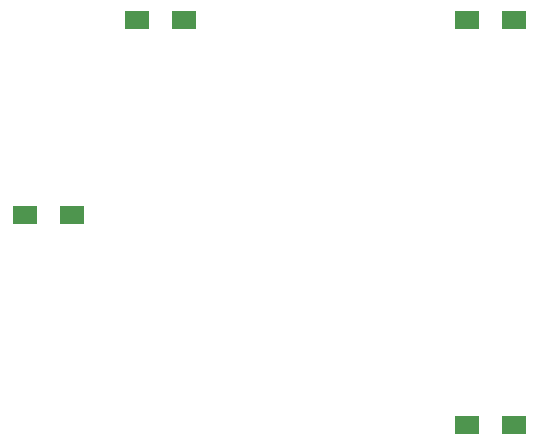
<source format=gtp>
G04 #@! TF.GenerationSoftware,KiCad,Pcbnew,(5.0.1-3-g963ef8bb5)*
G04 #@! TF.CreationDate,2020-03-26T19:00:39+01:00*
G04 #@! TF.ProjectId,C64_ieee488_interface_8255,4336345F696565653438385F696E7465,1.0*
G04 #@! TF.SameCoordinates,Original*
G04 #@! TF.FileFunction,Paste,Top*
G04 #@! TF.FilePolarity,Positive*
%FSLAX46Y46*%
G04 Gerber Fmt 4.6, Leading zero omitted, Abs format (unit mm)*
G04 Created by KiCad (PCBNEW (5.0.1-3-g963ef8bb5)) date Donnerstag, 26. März 2020 um 19:00:39*
%MOMM*%
%LPD*%
G01*
G04 APERTURE LIST*
%ADD10R,2.000000X1.600000*%
G04 APERTURE END LIST*
D10*
G04 #@! TO.C,C2*
X73755000Y-88900000D03*
X69755000Y-88900000D03*
G04 #@! TD*
G04 #@! TO.C,C3*
X107220000Y-72390000D03*
X111220000Y-72390000D03*
G04 #@! TD*
G04 #@! TO.C,C5*
X79280000Y-72390000D03*
X83280000Y-72390000D03*
G04 #@! TD*
G04 #@! TO.C,C1*
X107220000Y-106680000D03*
X111220000Y-106680000D03*
G04 #@! TD*
M02*

</source>
